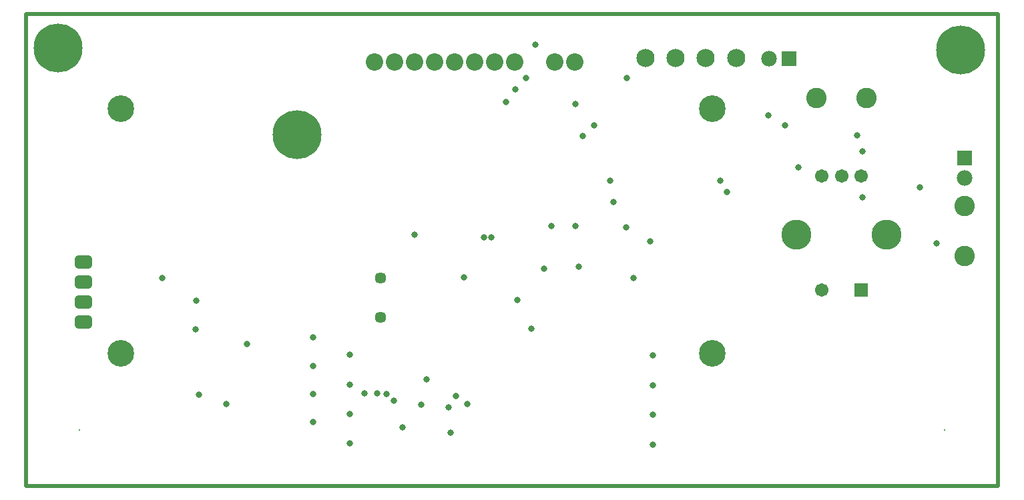
<source format=gts>
G04*
G04 #@! TF.GenerationSoftware,Altium Limited,CircuitStudio,1.5.2 (1.5.2.30)*
G04*
G04 Layer_Color=20142*
%FSLAX44Y44*%
%MOMM*%
G71*
G01*
G75*
%ADD11C,0.5000*%
G04:AMPARAMS|DCode=41|XSize=1.7272mm|YSize=2.2032mm|CornerRadius=0.4826mm|HoleSize=0mm|Usage=FLASHONLY|Rotation=270.000|XOffset=0mm|YOffset=0mm|HoleType=Round|Shape=RoundedRectangle|*
%AMROUNDEDRECTD41*
21,1,1.7272,1.2380,0,0,270.0*
21,1,0.7620,2.2032,0,0,270.0*
1,1,0.9652,-0.6190,-0.3810*
1,1,0.9652,-0.6190,0.3810*
1,1,0.9652,0.6190,0.3810*
1,1,0.9652,0.6190,-0.3810*
%
%ADD41ROUNDEDRECTD41*%
%ADD42C,3.3832*%
%ADD43C,1.4532*%
%ADD44R,1.9812X1.9812*%
%ADD45C,1.9812*%
%ADD46R,1.9812X1.9812*%
%ADD47C,6.2032*%
%ADD48C,3.8032*%
%ADD49C,1.7032*%
%ADD50R,1.7032X1.7032*%
%ADD51C,2.6032*%
%ADD52C,2.2032*%
%ADD53C,2.3032*%
%ADD54C,0.2032*%
%ADD55C,0.8032*%
D11*
X247950Y250000D02*
Y850000D01*
X1480000D01*
Y250000D02*
Y850000D01*
X247950Y250000D02*
X1480000D01*
D41*
X320510Y534280D02*
D03*
Y508880D02*
D03*
Y483480D02*
D03*
Y458080D02*
D03*
D42*
X1117950Y419040D02*
D03*
Y729040D02*
D03*
X367950D02*
D03*
Y419040D02*
D03*
D43*
X697450Y514500D02*
D03*
Y464500D02*
D03*
D44*
X1215650Y792500D02*
D03*
D45*
X1190250Y792500D02*
D03*
X1437950Y641340D02*
D03*
D46*
X1437950Y666740D02*
D03*
D47*
X1432790Y803720D02*
D03*
X288290Y806086D02*
D03*
X591610Y696170D02*
D03*
D48*
X1224900Y568950D02*
D03*
X1338900D02*
D03*
D49*
X1256900Y643950D02*
D03*
X1281900D02*
D03*
X1306900D02*
D03*
X1256900Y498950D02*
D03*
D50*
X1306900D02*
D03*
D51*
X1438110Y541990D02*
D03*
Y605990D02*
D03*
X1249900Y743000D02*
D03*
X1313900D02*
D03*
D52*
X918210Y788670D02*
D03*
X943610D02*
D03*
X867410D02*
D03*
X842010D02*
D03*
X816610D02*
D03*
X791210D02*
D03*
X765810D02*
D03*
X740410D02*
D03*
X715010D02*
D03*
X689610D02*
D03*
D53*
X1033200Y793540D02*
D03*
X1148200D02*
D03*
X1109867D02*
D03*
X1071533D02*
D03*
D54*
X1412450Y321290D02*
D03*
X315450D02*
D03*
D55*
X792950Y364848D02*
D03*
X676450Y367500D02*
D03*
X611950Y438540D02*
D03*
Y402707D02*
D03*
Y366873D02*
D03*
Y331040D02*
D03*
X1042450Y302540D02*
D03*
Y416040D02*
D03*
X657950Y416540D02*
D03*
X1042450Y378207D02*
D03*
X657950Y379040D02*
D03*
X1042450Y340373D02*
D03*
X657950Y341540D02*
D03*
Y304040D02*
D03*
X527950Y430540D02*
D03*
X501450Y354540D02*
D03*
X837950Y566040D02*
D03*
X1189450Y721040D02*
D03*
X992450Y611040D02*
D03*
X1128450Y637540D02*
D03*
X987950D02*
D03*
X953450Y695040D02*
D03*
X967950Y708540D02*
D03*
X1308450Y616540D02*
D03*
X1136450Y623540D02*
D03*
X1227450Y654540D02*
D03*
X1308450Y675540D02*
D03*
X1402450Y558540D02*
D03*
X420450Y514040D02*
D03*
X1017814Y514720D02*
D03*
X739950Y569540D02*
D03*
X913950Y580040D02*
D03*
X868450Y753540D02*
D03*
X893450Y810540D02*
D03*
X881950Y768540D02*
D03*
X856450Y738040D02*
D03*
X943950Y735040D02*
D03*
X888450Y449540D02*
D03*
X462950Y449040D02*
D03*
X463450Y485540D02*
D03*
X870450Y486040D02*
D03*
X827950Y565540D02*
D03*
X1039449Y560540D02*
D03*
X1008450Y579040D02*
D03*
X904950Y526040D02*
D03*
X944450Y580540D02*
D03*
X948450Y529040D02*
D03*
X1301950Y695540D02*
D03*
X1209950Y708540D02*
D03*
X1381450Y629040D02*
D03*
X783450Y350348D02*
D03*
X704450Y366848D02*
D03*
X748950Y353348D02*
D03*
X725450Y324348D02*
D03*
X755950Y385348D02*
D03*
X785950Y318000D02*
D03*
X802950Y515000D02*
D03*
X807450Y354500D02*
D03*
X466450Y366000D02*
D03*
X714449Y358500D02*
D03*
X692950Y367500D02*
D03*
X1009461Y768540D02*
D03*
M02*

</source>
